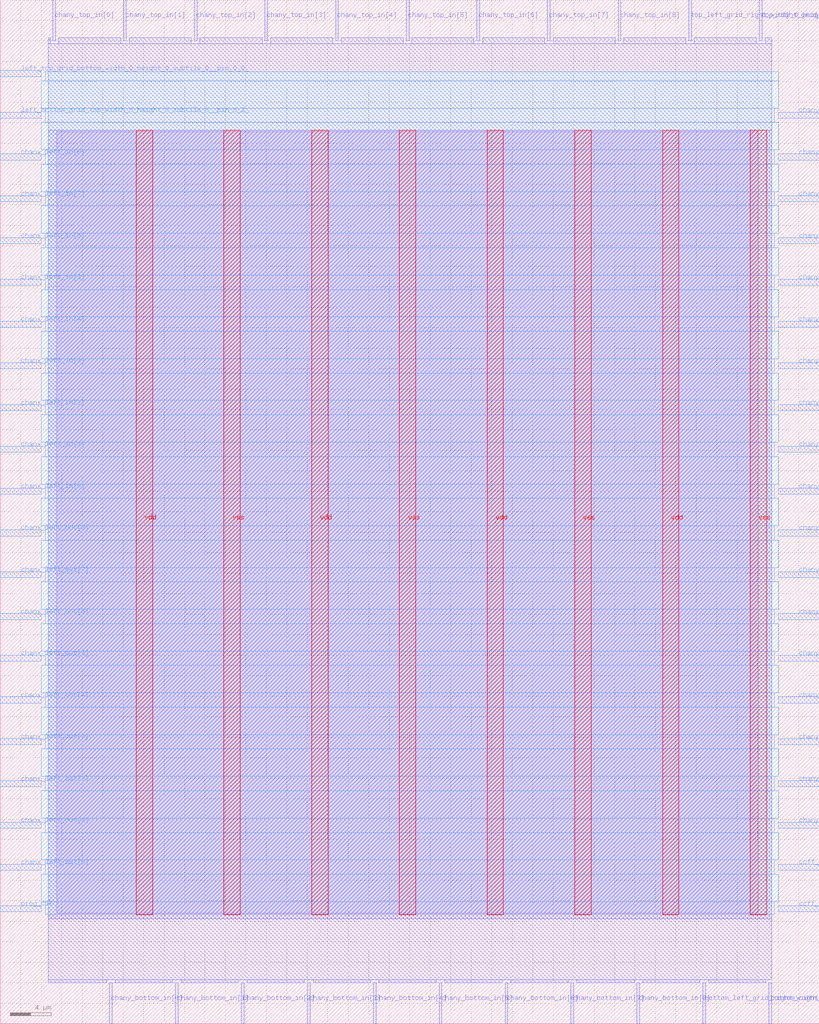
<source format=lef>
VERSION 5.7 ;
  NOWIREEXTENSIONATPIN ON ;
  DIVIDERCHAR "/" ;
  BUSBITCHARS "[]" ;
MACRO sb_8__1_
  CLASS BLOCK ;
  FOREIGN sb_8__1_ ;
  ORIGIN 0.000 0.000 ;
  SIZE 80.000 BY 100.000 ;
  PIN bottom_left_grid_right_width_0_height_0_subtile_0__pin_O_3_
    DIRECTION INPUT ;
    USE SIGNAL ;
    ANTENNAGATEAREA 0.196500 ;
    PORT
      LAYER met2 ;
        RECT 68.630 0.000 68.910 4.000 ;
    END
  END bottom_left_grid_right_width_0_height_0_subtile_0__pin_O_3_
  PIN bottom_right_grid_left_width_0_height_0_subtile_0__pin_inpad_0_
    DIRECTION INPUT ;
    USE SIGNAL ;
    ANTENNAGATEAREA 0.196500 ;
    PORT
      LAYER met2 ;
        RECT 75.070 0.000 75.350 4.000 ;
    END
  END bottom_right_grid_left_width_0_height_0_subtile_0__pin_inpad_0_
  PIN ccff_head
    DIRECTION INPUT ;
    USE SIGNAL ;
    ANTENNAGATEAREA 0.196500 ;
    PORT
      LAYER met3 ;
        RECT 76.000 10.920 80.000 11.520 ;
    END
  END ccff_head
  PIN ccff_tail
    DIRECTION OUTPUT TRISTATE ;
    USE SIGNAL ;
    ANTENNADIFFAREA 0.445500 ;
    PORT
      LAYER met3 ;
        RECT 76.000 15.000 80.000 15.600 ;
    END
  END ccff_tail
  PIN chanx_left_in[0]
    DIRECTION INPUT ;
    USE SIGNAL ;
    ANTENNAGATEAREA 0.196500 ;
    PORT
      LAYER met3 ;
        RECT 0.000 51.720 4.000 52.320 ;
    END
  END chanx_left_in[0]
  PIN chanx_left_in[1]
    DIRECTION INPUT ;
    USE SIGNAL ;
    ANTENNAGATEAREA 0.196500 ;
    PORT
      LAYER met3 ;
        RECT 0.000 55.800 4.000 56.400 ;
    END
  END chanx_left_in[1]
  PIN chanx_left_in[2]
    DIRECTION INPUT ;
    USE SIGNAL ;
    ANTENNAGATEAREA 0.196500 ;
    PORT
      LAYER met3 ;
        RECT 0.000 59.880 4.000 60.480 ;
    END
  END chanx_left_in[2]
  PIN chanx_left_in[3]
    DIRECTION INPUT ;
    USE SIGNAL ;
    ANTENNAGATEAREA 0.196500 ;
    PORT
      LAYER met3 ;
        RECT 0.000 63.960 4.000 64.560 ;
    END
  END chanx_left_in[3]
  PIN chanx_left_in[4]
    DIRECTION INPUT ;
    USE SIGNAL ;
    ANTENNAGATEAREA 0.196500 ;
    PORT
      LAYER met3 ;
        RECT 0.000 68.040 4.000 68.640 ;
    END
  END chanx_left_in[4]
  PIN chanx_left_in[5]
    DIRECTION INPUT ;
    USE SIGNAL ;
    ANTENNAGATEAREA 0.196500 ;
    PORT
      LAYER met3 ;
        RECT 0.000 72.120 4.000 72.720 ;
    END
  END chanx_left_in[5]
  PIN chanx_left_in[6]
    DIRECTION INPUT ;
    USE SIGNAL ;
    ANTENNAGATEAREA 0.196500 ;
    PORT
      LAYER met3 ;
        RECT 0.000 76.200 4.000 76.800 ;
    END
  END chanx_left_in[6]
  PIN chanx_left_in[7]
    DIRECTION INPUT ;
    USE SIGNAL ;
    ANTENNAGATEAREA 0.196500 ;
    PORT
      LAYER met3 ;
        RECT 0.000 80.280 4.000 80.880 ;
    END
  END chanx_left_in[7]
  PIN chanx_left_in[8]
    DIRECTION INPUT ;
    USE SIGNAL ;
    ANTENNAGATEAREA 0.196500 ;
    PORT
      LAYER met3 ;
        RECT 0.000 84.360 4.000 84.960 ;
    END
  END chanx_left_in[8]
  PIN chanx_left_out[0]
    DIRECTION OUTPUT TRISTATE ;
    USE SIGNAL ;
    ANTENNADIFFAREA 0.795200 ;
    PORT
      LAYER met3 ;
        RECT 0.000 15.000 4.000 15.600 ;
    END
  END chanx_left_out[0]
  PIN chanx_left_out[1]
    DIRECTION OUTPUT TRISTATE ;
    USE SIGNAL ;
    ANTENNADIFFAREA 0.795200 ;
    PORT
      LAYER met3 ;
        RECT 0.000 19.080 4.000 19.680 ;
    END
  END chanx_left_out[1]
  PIN chanx_left_out[2]
    DIRECTION OUTPUT TRISTATE ;
    USE SIGNAL ;
    ANTENNADIFFAREA 0.795200 ;
    PORT
      LAYER met3 ;
        RECT 0.000 23.160 4.000 23.760 ;
    END
  END chanx_left_out[2]
  PIN chanx_left_out[3]
    DIRECTION OUTPUT TRISTATE ;
    USE SIGNAL ;
    ANTENNADIFFAREA 0.795200 ;
    PORT
      LAYER met3 ;
        RECT 0.000 27.240 4.000 27.840 ;
    END
  END chanx_left_out[3]
  PIN chanx_left_out[4]
    DIRECTION OUTPUT TRISTATE ;
    USE SIGNAL ;
    ANTENNADIFFAREA 0.795200 ;
    PORT
      LAYER met3 ;
        RECT 0.000 31.320 4.000 31.920 ;
    END
  END chanx_left_out[4]
  PIN chanx_left_out[5]
    DIRECTION OUTPUT TRISTATE ;
    USE SIGNAL ;
    ANTENNADIFFAREA 0.795200 ;
    PORT
      LAYER met3 ;
        RECT 0.000 35.400 4.000 36.000 ;
    END
  END chanx_left_out[5]
  PIN chanx_left_out[6]
    DIRECTION OUTPUT TRISTATE ;
    USE SIGNAL ;
    ANTENNADIFFAREA 0.795200 ;
    PORT
      LAYER met3 ;
        RECT 0.000 39.480 4.000 40.080 ;
    END
  END chanx_left_out[6]
  PIN chanx_left_out[7]
    DIRECTION OUTPUT TRISTATE ;
    USE SIGNAL ;
    ANTENNADIFFAREA 0.795200 ;
    PORT
      LAYER met3 ;
        RECT 0.000 43.560 4.000 44.160 ;
    END
  END chanx_left_out[7]
  PIN chanx_left_out[8]
    DIRECTION OUTPUT TRISTATE ;
    USE SIGNAL ;
    ANTENNADIFFAREA 0.795200 ;
    PORT
      LAYER met3 ;
        RECT 0.000 47.640 4.000 48.240 ;
    END
  END chanx_left_out[8]
  PIN chany_bottom_in[0]
    DIRECTION INPUT ;
    USE SIGNAL ;
    ANTENNAGATEAREA 0.196500 ;
    PORT
      LAYER met2 ;
        RECT 10.670 0.000 10.950 4.000 ;
    END
  END chany_bottom_in[0]
  PIN chany_bottom_in[1]
    DIRECTION INPUT ;
    USE SIGNAL ;
    ANTENNAGATEAREA 0.196500 ;
    PORT
      LAYER met2 ;
        RECT 17.110 0.000 17.390 4.000 ;
    END
  END chany_bottom_in[1]
  PIN chany_bottom_in[2]
    DIRECTION INPUT ;
    USE SIGNAL ;
    ANTENNAGATEAREA 0.196500 ;
    PORT
      LAYER met2 ;
        RECT 23.550 0.000 23.830 4.000 ;
    END
  END chany_bottom_in[2]
  PIN chany_bottom_in[3]
    DIRECTION INPUT ;
    USE SIGNAL ;
    ANTENNAGATEAREA 0.196500 ;
    PORT
      LAYER met2 ;
        RECT 29.990 0.000 30.270 4.000 ;
    END
  END chany_bottom_in[3]
  PIN chany_bottom_in[4]
    DIRECTION INPUT ;
    USE SIGNAL ;
    ANTENNAGATEAREA 0.196500 ;
    PORT
      LAYER met2 ;
        RECT 36.430 0.000 36.710 4.000 ;
    END
  END chany_bottom_in[4]
  PIN chany_bottom_in[5]
    DIRECTION INPUT ;
    USE SIGNAL ;
    ANTENNAGATEAREA 0.196500 ;
    PORT
      LAYER met2 ;
        RECT 42.870 0.000 43.150 4.000 ;
    END
  END chany_bottom_in[5]
  PIN chany_bottom_in[6]
    DIRECTION INPUT ;
    USE SIGNAL ;
    ANTENNAGATEAREA 0.196500 ;
    PORT
      LAYER met2 ;
        RECT 49.310 0.000 49.590 4.000 ;
    END
  END chany_bottom_in[6]
  PIN chany_bottom_in[7]
    DIRECTION INPUT ;
    USE SIGNAL ;
    ANTENNAGATEAREA 0.196500 ;
    PORT
      LAYER met2 ;
        RECT 55.750 0.000 56.030 4.000 ;
    END
  END chany_bottom_in[7]
  PIN chany_bottom_in[8]
    DIRECTION INPUT ;
    USE SIGNAL ;
    ANTENNAGATEAREA 0.196500 ;
    PORT
      LAYER met2 ;
        RECT 62.190 0.000 62.470 4.000 ;
    END
  END chany_bottom_in[8]
  PIN chany_bottom_out[0]
    DIRECTION OUTPUT TRISTATE ;
    USE SIGNAL ;
    ANTENNADIFFAREA 0.445500 ;
    PORT
      LAYER met3 ;
        RECT 76.000 55.800 80.000 56.400 ;
    END
  END chany_bottom_out[0]
  PIN chany_bottom_out[1]
    DIRECTION OUTPUT TRISTATE ;
    USE SIGNAL ;
    ANTENNADIFFAREA 0.445500 ;
    PORT
      LAYER met3 ;
        RECT 76.000 59.880 80.000 60.480 ;
    END
  END chany_bottom_out[1]
  PIN chany_bottom_out[2]
    DIRECTION OUTPUT TRISTATE ;
    USE SIGNAL ;
    ANTENNADIFFAREA 0.445500 ;
    PORT
      LAYER met3 ;
        RECT 76.000 63.960 80.000 64.560 ;
    END
  END chany_bottom_out[2]
  PIN chany_bottom_out[3]
    DIRECTION OUTPUT TRISTATE ;
    USE SIGNAL ;
    ANTENNADIFFAREA 0.795200 ;
    PORT
      LAYER met3 ;
        RECT 76.000 68.040 80.000 68.640 ;
    END
  END chany_bottom_out[3]
  PIN chany_bottom_out[4]
    DIRECTION OUTPUT TRISTATE ;
    USE SIGNAL ;
    ANTENNADIFFAREA 0.445500 ;
    PORT
      LAYER met3 ;
        RECT 76.000 72.120 80.000 72.720 ;
    END
  END chany_bottom_out[4]
  PIN chany_bottom_out[5]
    DIRECTION OUTPUT TRISTATE ;
    USE SIGNAL ;
    ANTENNADIFFAREA 0.445500 ;
    PORT
      LAYER met3 ;
        RECT 76.000 76.200 80.000 76.800 ;
    END
  END chany_bottom_out[5]
  PIN chany_bottom_out[6]
    DIRECTION OUTPUT TRISTATE ;
    USE SIGNAL ;
    ANTENNADIFFAREA 0.445500 ;
    PORT
      LAYER met3 ;
        RECT 76.000 80.280 80.000 80.880 ;
    END
  END chany_bottom_out[6]
  PIN chany_bottom_out[7]
    DIRECTION OUTPUT TRISTATE ;
    USE SIGNAL ;
    ANTENNADIFFAREA 0.445500 ;
    PORT
      LAYER met3 ;
        RECT 76.000 84.360 80.000 84.960 ;
    END
  END chany_bottom_out[7]
  PIN chany_bottom_out[8]
    DIRECTION OUTPUT TRISTATE ;
    USE SIGNAL ;
    ANTENNADIFFAREA 0.795200 ;
    PORT
      LAYER met3 ;
        RECT 76.000 88.440 80.000 89.040 ;
    END
  END chany_bottom_out[8]
  PIN chany_top_in[0]
    DIRECTION INPUT ;
    USE SIGNAL ;
    ANTENNAGATEAREA 0.196500 ;
    PORT
      LAYER met2 ;
        RECT 5.150 96.000 5.430 100.000 ;
    END
  END chany_top_in[0]
  PIN chany_top_in[1]
    DIRECTION INPUT ;
    USE SIGNAL ;
    ANTENNAGATEAREA 0.196500 ;
    PORT
      LAYER met2 ;
        RECT 12.050 96.000 12.330 100.000 ;
    END
  END chany_top_in[1]
  PIN chany_top_in[2]
    DIRECTION INPUT ;
    USE SIGNAL ;
    ANTENNAGATEAREA 0.196500 ;
    PORT
      LAYER met2 ;
        RECT 18.950 96.000 19.230 100.000 ;
    END
  END chany_top_in[2]
  PIN chany_top_in[3]
    DIRECTION INPUT ;
    USE SIGNAL ;
    ANTENNAGATEAREA 0.196500 ;
    PORT
      LAYER met2 ;
        RECT 25.850 96.000 26.130 100.000 ;
    END
  END chany_top_in[3]
  PIN chany_top_in[4]
    DIRECTION INPUT ;
    USE SIGNAL ;
    ANTENNAGATEAREA 0.196500 ;
    PORT
      LAYER met2 ;
        RECT 32.750 96.000 33.030 100.000 ;
    END
  END chany_top_in[4]
  PIN chany_top_in[5]
    DIRECTION INPUT ;
    USE SIGNAL ;
    ANTENNAGATEAREA 0.196500 ;
    PORT
      LAYER met2 ;
        RECT 39.650 96.000 39.930 100.000 ;
    END
  END chany_top_in[5]
  PIN chany_top_in[6]
    DIRECTION INPUT ;
    USE SIGNAL ;
    ANTENNAGATEAREA 0.196500 ;
    PORT
      LAYER met2 ;
        RECT 46.550 96.000 46.830 100.000 ;
    END
  END chany_top_in[6]
  PIN chany_top_in[7]
    DIRECTION INPUT ;
    USE SIGNAL ;
    ANTENNAGATEAREA 0.196500 ;
    PORT
      LAYER met2 ;
        RECT 53.450 96.000 53.730 100.000 ;
    END
  END chany_top_in[7]
  PIN chany_top_in[8]
    DIRECTION INPUT ;
    USE SIGNAL ;
    ANTENNAGATEAREA 0.196500 ;
    PORT
      LAYER met2 ;
        RECT 60.350 96.000 60.630 100.000 ;
    END
  END chany_top_in[8]
  PIN chany_top_out[0]
    DIRECTION OUTPUT TRISTATE ;
    USE SIGNAL ;
    ANTENNADIFFAREA 0.445500 ;
    PORT
      LAYER met3 ;
        RECT 76.000 19.080 80.000 19.680 ;
    END
  END chany_top_out[0]
  PIN chany_top_out[1]
    DIRECTION OUTPUT TRISTATE ;
    USE SIGNAL ;
    ANTENNADIFFAREA 0.445500 ;
    PORT
      LAYER met3 ;
        RECT 76.000 23.160 80.000 23.760 ;
    END
  END chany_top_out[1]
  PIN chany_top_out[2]
    DIRECTION OUTPUT TRISTATE ;
    USE SIGNAL ;
    ANTENNADIFFAREA 0.795200 ;
    PORT
      LAYER met3 ;
        RECT 76.000 27.240 80.000 27.840 ;
    END
  END chany_top_out[2]
  PIN chany_top_out[3]
    DIRECTION OUTPUT TRISTATE ;
    USE SIGNAL ;
    ANTENNADIFFAREA 0.445500 ;
    PORT
      LAYER met3 ;
        RECT 76.000 31.320 80.000 31.920 ;
    END
  END chany_top_out[3]
  PIN chany_top_out[4]
    DIRECTION OUTPUT TRISTATE ;
    USE SIGNAL ;
    ANTENNADIFFAREA 0.445500 ;
    PORT
      LAYER met3 ;
        RECT 76.000 35.400 80.000 36.000 ;
    END
  END chany_top_out[4]
  PIN chany_top_out[5]
    DIRECTION OUTPUT TRISTATE ;
    USE SIGNAL ;
    ANTENNADIFFAREA 0.795200 ;
    PORT
      LAYER met3 ;
        RECT 76.000 39.480 80.000 40.080 ;
    END
  END chany_top_out[5]
  PIN chany_top_out[6]
    DIRECTION OUTPUT TRISTATE ;
    USE SIGNAL ;
    ANTENNADIFFAREA 0.445500 ;
    PORT
      LAYER met3 ;
        RECT 76.000 43.560 80.000 44.160 ;
    END
  END chany_top_out[6]
  PIN chany_top_out[7]
    DIRECTION OUTPUT TRISTATE ;
    USE SIGNAL ;
    ANTENNADIFFAREA 0.795200 ;
    PORT
      LAYER met3 ;
        RECT 76.000 47.640 80.000 48.240 ;
    END
  END chany_top_out[7]
  PIN chany_top_out[8]
    DIRECTION OUTPUT TRISTATE ;
    USE SIGNAL ;
    ANTENNADIFFAREA 0.445500 ;
    PORT
      LAYER met3 ;
        RECT 76.000 51.720 80.000 52.320 ;
    END
  END chany_top_out[8]
  PIN left_bottom_grid_top_width_0_height_0_subtile_0__pin_O_2_
    DIRECTION INPUT ;
    USE SIGNAL ;
    ANTENNAGATEAREA 0.196500 ;
    PORT
      LAYER met3 ;
        RECT 0.000 88.440 4.000 89.040 ;
    END
  END left_bottom_grid_top_width_0_height_0_subtile_0__pin_O_2_
  PIN left_top_grid_bottom_width_0_height_0_subtile_0__pin_O_0_
    DIRECTION INPUT ;
    USE SIGNAL ;
    ANTENNAGATEAREA 0.196500 ;
    PORT
      LAYER met3 ;
        RECT 0.000 92.520 4.000 93.120 ;
    END
  END left_top_grid_bottom_width_0_height_0_subtile_0__pin_O_0_
  PIN prog_clk
    DIRECTION INPUT ;
    USE SIGNAL ;
    ANTENNAGATEAREA 0.852000 ;
    PORT
      LAYER met3 ;
        RECT 0.000 10.920 4.000 11.520 ;
    END
  END prog_clk
  PIN top_left_grid_right_width_0_height_0_subtile_0__pin_O_3_
    DIRECTION INPUT ;
    USE SIGNAL ;
    ANTENNAGATEAREA 0.196500 ;
    PORT
      LAYER met2 ;
        RECT 67.250 96.000 67.530 100.000 ;
    END
  END top_left_grid_right_width_0_height_0_subtile_0__pin_O_3_
  PIN top_right_grid_left_width_0_height_0_subtile_0__pin_inpad_0_
    DIRECTION INPUT ;
    USE SIGNAL ;
    ANTENNAGATEAREA 0.196500 ;
    PORT
      LAYER met2 ;
        RECT 74.150 96.000 74.430 100.000 ;
    END
  END top_right_grid_left_width_0_height_0_subtile_0__pin_inpad_0_
  PIN vdd
    DIRECTION INOUT ;
    USE POWER ;
    PORT
      LAYER met4 ;
        RECT 13.285 10.640 14.885 87.280 ;
    END
    PORT
      LAYER met4 ;
        RECT 30.420 10.640 32.020 87.280 ;
    END
    PORT
      LAYER met4 ;
        RECT 47.555 10.640 49.155 87.280 ;
    END
    PORT
      LAYER met4 ;
        RECT 64.690 10.640 66.290 87.280 ;
    END
  END vdd
  PIN vss
    DIRECTION INOUT ;
    USE GROUND ;
    PORT
      LAYER met4 ;
        RECT 21.850 10.640 23.450 87.280 ;
    END
    PORT
      LAYER met4 ;
        RECT 38.985 10.640 40.585 87.280 ;
    END
    PORT
      LAYER met4 ;
        RECT 56.120 10.640 57.720 87.280 ;
    END
    PORT
      LAYER met4 ;
        RECT 73.255 10.640 74.855 87.280 ;
    END
  END vss
  OBS
      LAYER li1 ;
        RECT 5.520 10.795 74.060 87.125 ;
      LAYER met1 ;
        RECT 4.670 10.240 75.370 87.280 ;
      LAYER met2 ;
        RECT 4.690 95.720 4.870 96.290 ;
        RECT 5.710 95.720 11.770 96.290 ;
        RECT 12.610 95.720 18.670 96.290 ;
        RECT 19.510 95.720 25.570 96.290 ;
        RECT 26.410 95.720 32.470 96.290 ;
        RECT 33.310 95.720 39.370 96.290 ;
        RECT 40.210 95.720 46.270 96.290 ;
        RECT 47.110 95.720 53.170 96.290 ;
        RECT 54.010 95.720 60.070 96.290 ;
        RECT 60.910 95.720 66.970 96.290 ;
        RECT 67.810 95.720 73.870 96.290 ;
        RECT 74.710 95.720 75.350 96.290 ;
        RECT 4.690 4.280 75.350 95.720 ;
        RECT 4.690 4.000 10.390 4.280 ;
        RECT 11.230 4.000 16.830 4.280 ;
        RECT 17.670 4.000 23.270 4.280 ;
        RECT 24.110 4.000 29.710 4.280 ;
        RECT 30.550 4.000 36.150 4.280 ;
        RECT 36.990 4.000 42.590 4.280 ;
        RECT 43.430 4.000 49.030 4.280 ;
        RECT 49.870 4.000 55.470 4.280 ;
        RECT 56.310 4.000 61.910 4.280 ;
        RECT 62.750 4.000 68.350 4.280 ;
        RECT 69.190 4.000 74.790 4.280 ;
      LAYER met3 ;
        RECT 4.400 92.120 76.050 92.985 ;
        RECT 4.000 89.440 76.050 92.120 ;
        RECT 4.400 88.040 75.600 89.440 ;
        RECT 4.000 85.360 76.050 88.040 ;
        RECT 4.400 83.960 75.600 85.360 ;
        RECT 4.000 81.280 76.050 83.960 ;
        RECT 4.400 79.880 75.600 81.280 ;
        RECT 4.000 77.200 76.050 79.880 ;
        RECT 4.400 75.800 75.600 77.200 ;
        RECT 4.000 73.120 76.050 75.800 ;
        RECT 4.400 71.720 75.600 73.120 ;
        RECT 4.000 69.040 76.050 71.720 ;
        RECT 4.400 67.640 75.600 69.040 ;
        RECT 4.000 64.960 76.050 67.640 ;
        RECT 4.400 63.560 75.600 64.960 ;
        RECT 4.000 60.880 76.050 63.560 ;
        RECT 4.400 59.480 75.600 60.880 ;
        RECT 4.000 56.800 76.050 59.480 ;
        RECT 4.400 55.400 75.600 56.800 ;
        RECT 4.000 52.720 76.050 55.400 ;
        RECT 4.400 51.320 75.600 52.720 ;
        RECT 4.000 48.640 76.050 51.320 ;
        RECT 4.400 47.240 75.600 48.640 ;
        RECT 4.000 44.560 76.050 47.240 ;
        RECT 4.400 43.160 75.600 44.560 ;
        RECT 4.000 40.480 76.050 43.160 ;
        RECT 4.400 39.080 75.600 40.480 ;
        RECT 4.000 36.400 76.050 39.080 ;
        RECT 4.400 35.000 75.600 36.400 ;
        RECT 4.000 32.320 76.050 35.000 ;
        RECT 4.400 30.920 75.600 32.320 ;
        RECT 4.000 28.240 76.050 30.920 ;
        RECT 4.400 26.840 75.600 28.240 ;
        RECT 4.000 24.160 76.050 26.840 ;
        RECT 4.400 22.760 75.600 24.160 ;
        RECT 4.000 20.080 76.050 22.760 ;
        RECT 4.400 18.680 75.600 20.080 ;
        RECT 4.000 16.000 76.050 18.680 ;
        RECT 4.400 14.600 75.600 16.000 ;
        RECT 4.000 11.920 76.050 14.600 ;
        RECT 4.400 10.715 75.600 11.920 ;
  END
END sb_8__1_
END LIBRARY


</source>
